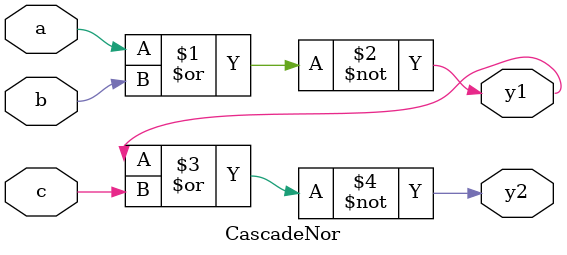
<source format=sv>
module CascadeNor(input a, b, c, output y1, y2);
    assign y1 = ~(a | b);
    assign y2 = ~(y1 | c); // 级联结构
endmodule
</source>
